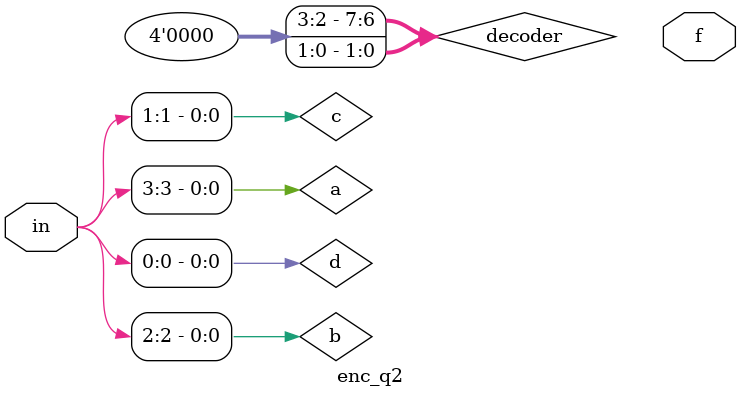
<source format=v>
module enc_q2(in, f);

input [3:0] in;
output f;

wire [7:0] decoder;
wire [2:0] encoder;
wire enable, a, aNot, b, bNot, c, cNot, d, dNot, T1, T2, T3 ,T4 ,p1 ,p2 ,p3;

assign a = in[3];
assign b = in[2];
assign c = in[1];
assign d = in[0];

not(dNot, in[0]);
not(cNot, in[1]);
not(aNot, in[3]);
not(bNot, in[2]);
not(enable, in[2]);

and a1(decoder[0], a, aNot, bNot, enable);
and a2(decoder[1], a, aNot, b, enable);
and a3(decoder[2], a, a, bNot, enable);
and a4(decoder[3], a, a, b, enable);
and a5(decoder[4], aNot, aNot, bNot, enable);
and a6(decoder[5], aNot, aNot, b, enable);
and a7(decoder[6], aNot, a, bNot, enable);
and a8(decoder[7], aNot, a, b, enable);
or o1(tmp1, decoder[4], decoder[5], decoder[6], decoder[7]);
or o2(tmp2, decoder[2], decoder[3], decoder[6], decoder[7]);
or o3(tmp3, decoder[1], decoder[3], decoder[5], decoder[7]);
and (encoder[0], enable, p1);
and (encoder[1], enable, p2);
and (encoder[2], enable, p3);
and (T1, encoder[0], cNot, dNot); 
and (T2, encoder[1], cNot, d);
and (T3, encoder[2], c, dNot);
and (T4,c,d, 1);

or (T1, T2, T3, T4,f);

endmodule
</source>
